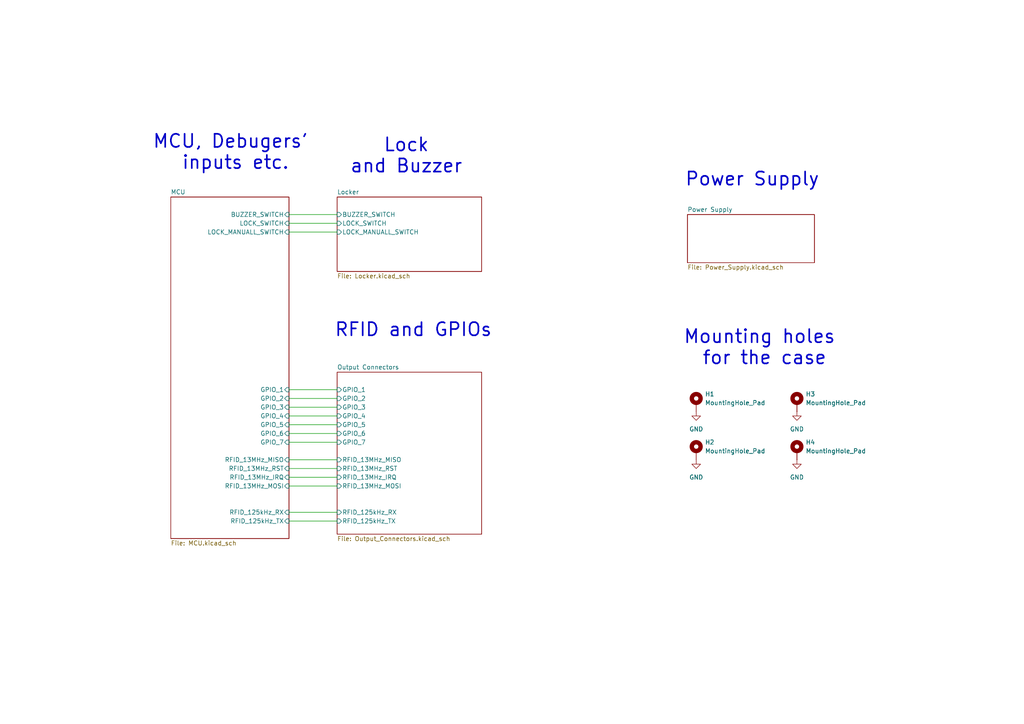
<source format=kicad_sch>
(kicad_sch (version 20250114) (generator "eeschema") (generator_version "9.0")
  (paper "A4")
  (title_block (title "Onyks Iot Control Cabinet") (date "2025-08-25") (rev "v1.0") (company ",,Onyks'' Students Scientific Association") (comment 1 "Karol Ambroziński") (comment 2 "Jakub Jastrzębski"))
  (lib_symbols
    (symbol "Mechanical:MountingHole_Pad" (pin_numbers (hide yes)) (pin_names (offset 1.016) (hide yes)) (exclude_from_sim yes) (in_bom no)
      (property "Reference" "H" (at 0 6.35 0))
      (property "Value" "MountingHole_Pad" (at 0 4.445 0))
      (symbol "MountingHole_Pad_0_1"
        (circle (center 0 1.27) (radius 1.27) (stroke (width 1.27)))
      )
      (symbol "MountingHole_Pad_1_1"
        (pin input line (at 0 -2.54 90) (length 2.54) (name "1") (number "1"))
      )
    )
    (symbol "power:GND" (power) (pin_numbers (hide yes)) (pin_names (offset 0) (hide yes))
      (property "Value" "GND" (at 0 -3.81 0))
      (symbol "GND_0_1"
        (polyline (pts (xy 0 0) (xy 0 -1.27) (xy 1.27 -1.27) (xy 0 -2.54) (xy -1.27 -1.27) (xy 0 -1.27)))
      )
      (symbol "GND_1_1"
        (pin power_in line (at 0 0 270) (length 0) (name "~") (number "1"))
      )
    )
  )
  (text "Power Supply" (at 218.186 52.07 0) (effects (font (size 3.81 3.81) (thickness 0.4763))))
  (text "RFID and GPIOs" (at 119.888 95.758 0) (effects (font (size 3.81 3.81) (thickness 0.4763))))
  (text "Mounting holes \nfor the case" (at 221.742 100.838 0) (effects (font (size 3.81 3.81) (thickness 0.4763))))
  (text "MCU, Debugers' \ninputs etc." (at 68.326 44.196 0) (effects (font (size 3.81 3.81) (thickness 0.4763))))
  (text "Lock\nand Buzzer" (at 117.856 45.212 0) (effects (font (size 3.81 3.81) (thickness 0.4763))))
  (wire (pts (xy 83.82 120.65) (xy 97.79 120.65)))
  (wire (pts (xy 83.82 133.35) (xy 97.79 133.35)))
  (wire (pts (xy 83.82 148.59) (xy 97.79 148.59)))
  (wire (pts (xy 83.82 67.31) (xy 97.79 67.31)))
  (wire (pts (xy 83.82 151.13) (xy 97.79 151.13)))
  (wire (pts (xy 83.82 125.73) (xy 97.79 125.73)))
  (wire (pts (xy 83.82 115.57) (xy 97.79 115.57)))
  (wire (pts (xy 83.82 113.03) (xy 97.79 113.03)))
  (wire (pts (xy 83.82 140.97) (xy 97.79 140.97)))
  (wire (pts (xy 83.82 64.77) (xy 97.79 64.77)))
  (wire (pts (xy 83.82 138.43) (xy 97.79 138.43)))
  (wire (pts (xy 83.82 123.19) (xy 97.79 123.19)))
  (wire (pts (xy 83.82 118.11) (xy 97.79 118.11)))
  (wire (pts (xy 83.82 62.23) (xy 97.79 62.23)))
  (wire (pts (xy 83.82 128.27) (xy 97.79 128.27)))
  (wire (pts (xy 83.82 135.89) (xy 97.79 135.89)))
  (symbol (lib_id "Mechanical:MountingHole_Pad") (at 231.14 116.84 0) (unit 1) (exclude_from_sim yes) (in_bom no)
    (property "Reference" "H3" (at 233.68 114.2999 0) (effects (justify left)))
    (property "Value" "MountingHole_Pad" (at 233.68 116.8399 0) (effects (justify left)))
    (property "Footprint" "MountingHole:MountingHole_3.2mm_M3_DIN965_Pad_TopBottom" (effects (hide yes)))
    (property "Description" "Mounting Hole with connection" (effects (hide yes)))
  )
  (symbol (lib_id "Mechanical:MountingHole_Pad") (at 201.93 116.84 0) (unit 1) (exclude_from_sim yes) (in_bom no)
    (property "Reference" "H1" (at 204.47 114.2999 0) (effects (justify left)))
    (property "Value" "MountingHole_Pad" (at 204.47 116.8399 0) (effects (justify left)))
    (property "Footprint" "MountingHole:MountingHole_3.2mm_M3_DIN965_Pad_TopBottom" (effects (hide yes)))
    (property "Description" "Mounting Hole with connection" (effects (hide yes)))
  )
  (symbol (lib_id "power:GND") (at 201.93 133.35 0) (unit 1)
    (property "Reference" "#PWR02" (effects (hide yes)))
    (property "Value" "GND" (at 201.93 138.43 0))
    (property "Description" "Power symbol creates a global label with name \"GND\" , ground" (effects (hide yes)))
  )
  (symbol (lib_id "power:GND") (at 231.14 119.38 0) (unit 1)
    (property "Reference" "#PWR03" (effects (hide yes)))
    (property "Value" "GND" (at 231.14 124.46 0))
    (property "Description" "Power symbol creates a global label with name \"GND\" , ground" (effects (hide yes)))
  )
  (symbol (lib_id "Mechanical:MountingHole_Pad") (at 231.14 130.81 0) (unit 1) (exclude_from_sim yes) (in_bom no)
    (property "Reference" "H4" (at 233.68 128.2699 0) (effects (justify left)))
    (property "Value" "MountingHole_Pad" (at 233.68 130.8099 0) (effects (justify left)))
    (property "Footprint" "MountingHole:MountingHole_3.2mm_M3_DIN965_Pad_TopBottom" (effects (hide yes)))
    (property "Description" "Mounting Hole with connection" (effects (hide yes)))
  )
  (symbol (lib_id "power:GND") (at 231.14 133.35 0) (unit 1)
    (property "Reference" "#PWR04" (effects (hide yes)))
    (property "Value" "GND" (at 231.14 138.43 0))
    (property "Description" "Power symbol creates a global label with name \"GND\" , ground" (effects (hide yes)))
  )
  (symbol (lib_id "Mechanical:MountingHole_Pad") (at 201.93 130.81 0) (unit 1) (exclude_from_sim yes) (in_bom no)
    (property "Reference" "H2" (at 204.47 128.2699 0) (effects (justify left)))
    (property "Value" "MountingHole_Pad" (at 204.47 130.8099 0) (effects (justify left)))
    (property "Footprint" "MountingHole:MountingHole_3.2mm_M3_DIN965_Pad_TopBottom" (effects (hide yes)))
    (property "Description" "Mounting Hole with connection" (effects (hide yes)))
  )
  (symbol (lib_id "power:GND") (at 201.93 119.38 0) (unit 1)
    (property "Reference" "#PWR01" (effects (hide yes)))
    (property "Value" "GND" (at 201.93 124.46 0))
    (property "Description" "Power symbol creates a global label with name \"GND\" , ground" (effects (hide yes)))
  )
  (sheet (at 49.53 57.15) (size 34.29 99.06) (stroke (width 0.1524))
    (property "Sheetname" "MCU" (at 49.53 56.4384 0) (effects (justify left bottom)))
    (property "Sheetfile" "MCU.kicad_sch" (at 49.53 156.7946 0) (effects (justify left top)))
    (pin "GPIO_7" input (at 83.82 128.27 0))
    (pin "GPIO_2" input (at 83.82 115.57 0))
    (pin "GPIO_3" input (at 83.82 118.11 0))
    (pin "GPIO_1" input (at 83.82 113.03 0))
    (pin "BUZZER_SWITCH" input (at 83.82 62.23 0))
    (pin "LOCK_SWITCH" input (at 83.82 64.77 0))
    (pin "LOCK_MANUALL_SWITCH" input (at 83.82 67.31 0))
    (pin "GPIO_4" input (at 83.82 120.65 0))
    (pin "RFID_125kHz_RX" input (at 83.82 148.59 0))
    (pin "RFID_125kHz_TX" input (at 83.82 151.13 0))
    (pin "RFID_13MHz_MISO" input (at 83.82 133.35 0))
    (pin "RFID_13MHz_RST" input (at 83.82 135.89 0))
    (pin "RFID_13MHz_IRQ" input (at 83.82 138.43 0))
    (pin "RFID_13MHz_MOSI" input (at 83.82 140.97 0))
    (pin "GPIO_6" input (at 83.82 125.73 0))
    (pin "GPIO_5" input (at 83.82 123.19 0))
  )
  (sheet (at 97.79 57.15) (size 41.91 21.59) (stroke (width 0.1524))
    (property "Sheetname" "Locker" (at 97.79 56.4384 0) (effects (justify left bottom)))
    (property "Sheetfile" "Locker.kicad_sch" (at 97.79 79.3246 0) (effects (justify left top)))
    (pin "BUZZER_SWITCH" input (at 97.79 62.23 180))
    (pin "LOCK_SWITCH" input (at 97.79 64.77 180))
    (pin "LOCK_MANUALL_SWITCH" input (at 97.79 67.31 180))
  )
  (sheet (at 199.39 62.23) (size 36.83 13.97) (stroke (width 0.1524))
    (property "Sheetname" "Power Supply" (at 199.39 61.5184 0) (effects (justify left bottom)))
    (property "Sheetfile" "Power_Supply.kicad_sch" (at 199.39 76.7846 0) (effects (justify left top)))
  )
  (sheet (at 97.79 107.95) (size 41.91 46.99) (stroke (width 0.1524))
    (property "Sheetname" "Output Connectors" (at 97.79 107.2384 0) (effects (justify left bottom)))
    (property "Sheetfile" "Output_Connectors.kicad_sch" (at 97.79 155.5246 0) (effects (justify left top)))
    (pin "GPIO_6" input (at 97.79 125.73 180))
    (pin "GPIO_7" input (at 97.79 128.27 180))
    (pin "GPIO_5" input (at 97.79 123.19 180))
    (pin "GPIO_2" input (at 97.79 115.57 180))
    (pin "GPIO_4" input (at 97.79 120.65 180))
    (pin "GPIO_3" input (at 97.79 118.11 180))
    (pin "GPIO_1" input (at 97.79 113.03 180))
    (pin "RFID_13MHz_MISO" input (at 97.79 133.35 180))
    (pin "RFID_13MHz_RST" input (at 97.79 135.89 180))
    (pin "RFID_13MHz_IRQ" input (at 97.79 138.43 180))
    (pin "RFID_13MHz_MOSI" input (at 97.79 140.97 180))
    (pin "RFID_125kHz_RX" input (at 97.79 148.59 180))
    (pin "RFID_125kHz_TX" input (at 97.79 151.13 180))
  )
)
</source>
